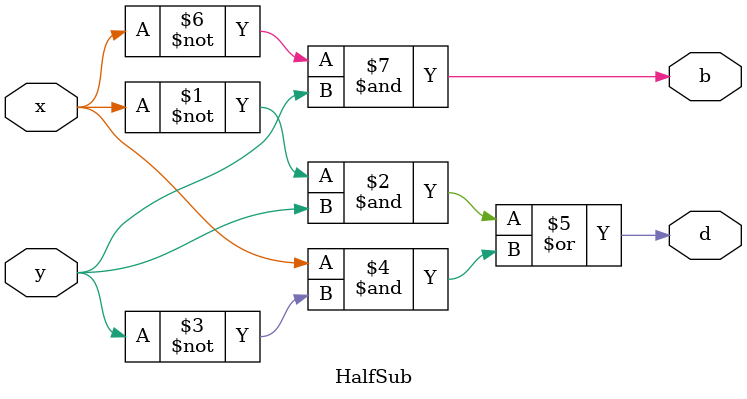
<source format=v>
`timescale 1ns / 1ps


module HalfSub(
    input x,
    input y,
    output d,
    output b
    );
    
    assign d = (~x & y) | (x & ~y);
    assign b = (~x & y);
    
endmodule

</source>
